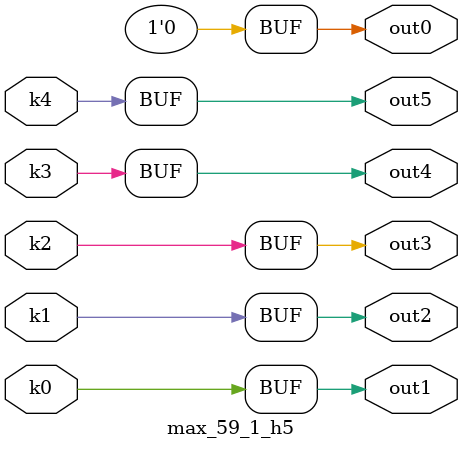
<source format=v>
module max_59_1(pi00, pi01, pi02, pi03, pi04, pi05, pi06, pi07, pi08, pi09, po0, po1, po2, po3, po4, po5);
input pi00, pi01, pi02, pi03, pi04, pi05, pi06, pi07, pi08, pi09;
output po0, po1, po2, po3, po4, po5;
wire k0, k1, k2, k3, k4;
max_59_1_w5 DUT1 (pi00, pi01, pi02, pi03, pi04, pi05, pi06, pi07, pi08, pi09, k0, k1, k2, k3, k4);
max_59_1_h5 DUT2 (k0, k1, k2, k3, k4, po0, po1, po2, po3, po4, po5);
endmodule

module max_59_1_w5(in9, in8, in7, in6, in5, in4, in3, in2, in1, in0, k4, k3, k2, k1, k0);
input in9, in8, in7, in6, in5, in4, in3, in2, in1, in0;
output k4, k3, k2, k1, k0;
assign k0 =   in6 & in0;
assign k1 =   in0 ? ~in7 : ~in3;
assign k2 =   in0 ? ~in8 : ~in4;
assign k3 =   in0 ? ~in9 : ~in5;
assign k4 =   (((in9 & (~in5 | ~in1)) | (~in5 & ~in1)) & (in6 | ~in2) & (in7 | ~in3) & (in8 | ~in4)) | ((in6 | ~in2) & ((in8 & ~in4 & (in7 | ~in3)) | (in7 & ~in3))) | (in6 & ~in2);
endmodule

module max_59_1_h5(k4, k3, k2, k1, k0, out5, out4, out3, out2, out1, out0);
input k4, k3, k2, k1, k0;
output out5, out4, out3, out2, out1, out0;
assign out0 = 0;
assign out1 = k0;
assign out2 = k1;
assign out3 = k2;
assign out4 = k3;
assign out5 = k4;
endmodule

</source>
